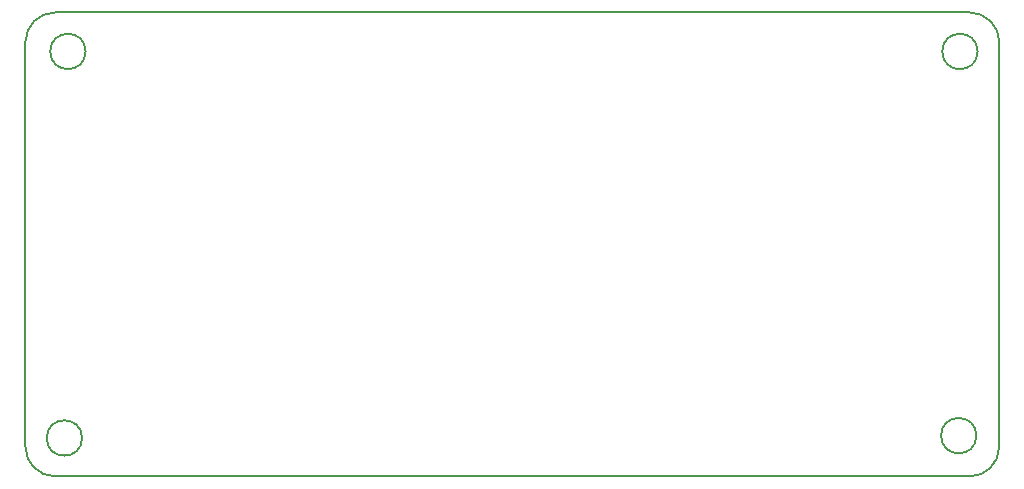
<source format=gbr>
G04 #@! TF.FileFunction,Profile,NP*
%FSLAX46Y46*%
G04 Gerber Fmt 4.6, Leading zero omitted, Abs format (unit mm)*
G04 Created by KiCad (PCBNEW 4.0.6) date 06/11/17 16:36:27*
%MOMM*%
%LPD*%
G01*
G04 APERTURE LIST*
%ADD10C,0.100000*%
%ADD11C,0.150000*%
G04 APERTURE END LIST*
D10*
D11*
X193040000Y-87630000D02*
G75*
G03X190500000Y-85090000I-2540000J0D01*
G01*
X193040000Y-121920000D02*
X193040000Y-87630000D01*
X190500000Y-124460000D02*
G75*
G03X193040000Y-121920000I0J2540000D01*
G01*
X110490000Y-121920000D02*
G75*
G03X113030000Y-124460000I2540000J0D01*
G01*
X113030000Y-85090000D02*
G75*
G03X110490000Y-87630000I0J-2540000D01*
G01*
X113030000Y-85090000D02*
X190500000Y-85090000D01*
X113030000Y-124460000D02*
X190500000Y-124460000D01*
X110490000Y-87630000D02*
X110490000Y-121920000D01*
X115600000Y-88400000D02*
G75*
G03X115600000Y-88400000I-1500000J0D01*
G01*
X191200000Y-88400000D02*
G75*
G03X191200000Y-88400000I-1500000J0D01*
G01*
X191100000Y-121000000D02*
G75*
G03X191100000Y-121000000I-1500000J0D01*
G01*
X115300000Y-121200000D02*
G75*
G03X115300000Y-121200000I-1500000J0D01*
G01*
M02*

</source>
